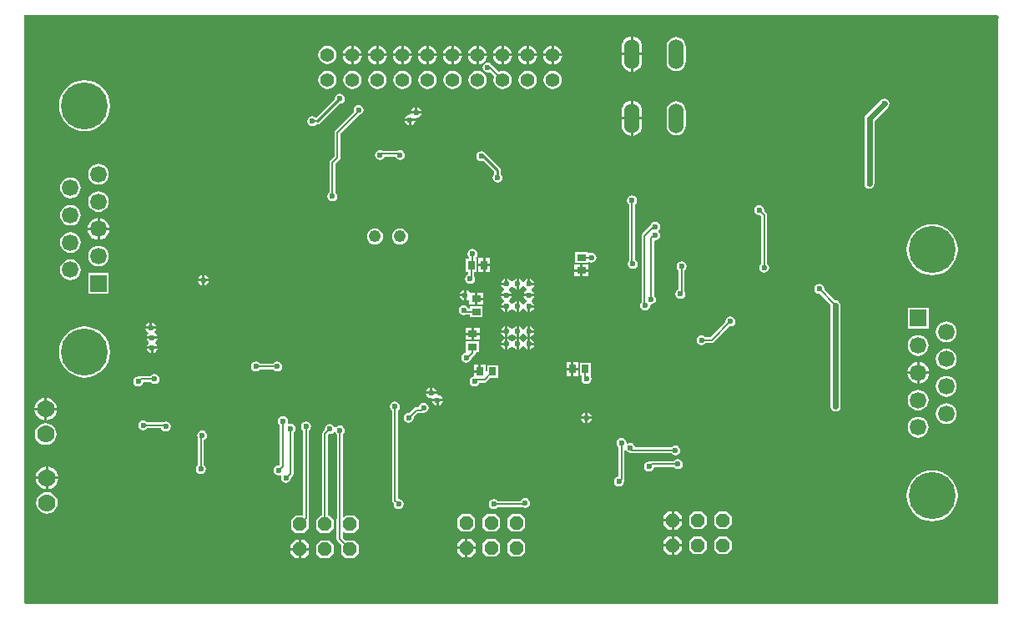
<source format=gbl>
G04*
G04 #@! TF.GenerationSoftware,Altium Limited,Altium Designer,18.0.7 (293)*
G04*
G04 Layer_Physical_Order=2*
G04 Layer_Color=16711680*
%FSLAX25Y25*%
%MOIN*%
G70*
G01*
G75*
%ADD10C,0.00787*%
%ADD16C,0.01000*%
%ADD25R,0.02800X0.03600*%
%ADD26R,0.03600X0.02800*%
%ADD64C,0.05600*%
%ADD71C,0.02362*%
%ADD72C,0.06653*%
%ADD73R,0.06653X0.06653*%
%ADD74C,0.18740*%
%ADD75C,0.04800*%
%ADD76O,0.06000X0.12000*%
%ADD77C,0.07000*%
%ADD78P,0.05845X8X202.5*%
%ADD79C,0.02362*%
G36*
X390000Y234500D02*
X389500Y234000D01*
Y0D01*
X1000D01*
X500Y500D01*
Y235500D01*
X389000D01*
X390000Y234500D01*
D02*
G37*
%LPC*%
G36*
X243600Y226769D02*
Y220300D01*
X247134D01*
Y222800D01*
X246997Y223844D01*
X246594Y224817D01*
X245953Y225653D01*
X245117Y226294D01*
X244144Y226697D01*
X243600Y226769D01*
D02*
G37*
G36*
X242600D02*
X242056Y226697D01*
X241083Y226294D01*
X240247Y225653D01*
X239606Y224817D01*
X239203Y223844D01*
X239066Y222800D01*
Y220300D01*
X242600D01*
Y226769D01*
D02*
G37*
G36*
X212000Y223267D02*
Y220000D01*
X215267D01*
X215202Y220492D01*
X214819Y221416D01*
X214210Y222210D01*
X213416Y222819D01*
X212492Y223202D01*
X212000Y223267D01*
D02*
G37*
G36*
X211000D02*
X210508Y223202D01*
X209584Y222819D01*
X208790Y222210D01*
X208181Y221416D01*
X207798Y220492D01*
X207733Y220000D01*
X211000D01*
Y223267D01*
D02*
G37*
G36*
X202000D02*
Y220000D01*
X205267D01*
X205202Y220492D01*
X204819Y221416D01*
X204210Y222210D01*
X203416Y222819D01*
X202492Y223202D01*
X202000Y223267D01*
D02*
G37*
G36*
X201000D02*
X200508Y223202D01*
X199584Y222819D01*
X198790Y222210D01*
X198181Y221416D01*
X197798Y220492D01*
X197733Y220000D01*
X201000D01*
Y223267D01*
D02*
G37*
G36*
X192000D02*
Y220000D01*
X195267D01*
X195202Y220492D01*
X194819Y221416D01*
X194210Y222210D01*
X193416Y222819D01*
X192492Y223202D01*
X192000Y223267D01*
D02*
G37*
G36*
X191000D02*
X190508Y223202D01*
X189584Y222819D01*
X188790Y222210D01*
X188181Y221416D01*
X187798Y220492D01*
X187733Y220000D01*
X191000D01*
Y223267D01*
D02*
G37*
G36*
X182000D02*
Y220000D01*
X185267D01*
X185202Y220492D01*
X184819Y221416D01*
X184210Y222210D01*
X183416Y222819D01*
X182492Y223202D01*
X182000Y223267D01*
D02*
G37*
G36*
X181000D02*
X180508Y223202D01*
X179584Y222819D01*
X178790Y222210D01*
X178181Y221416D01*
X177798Y220492D01*
X177733Y220000D01*
X181000D01*
Y223267D01*
D02*
G37*
G36*
X172000D02*
Y220000D01*
X175267D01*
X175202Y220492D01*
X174819Y221416D01*
X174210Y222210D01*
X173416Y222819D01*
X172492Y223202D01*
X172000Y223267D01*
D02*
G37*
G36*
X171000D02*
X170508Y223202D01*
X169584Y222819D01*
X168790Y222210D01*
X168181Y221416D01*
X167798Y220492D01*
X167733Y220000D01*
X171000D01*
Y223267D01*
D02*
G37*
G36*
X162000D02*
Y220000D01*
X165267D01*
X165202Y220492D01*
X164819Y221416D01*
X164210Y222210D01*
X163416Y222819D01*
X162492Y223202D01*
X162000Y223267D01*
D02*
G37*
G36*
X161000D02*
X160508Y223202D01*
X159584Y222819D01*
X158790Y222210D01*
X158181Y221416D01*
X157798Y220492D01*
X157733Y220000D01*
X161000D01*
Y223267D01*
D02*
G37*
G36*
X152000D02*
Y220000D01*
X155267D01*
X155202Y220492D01*
X154819Y221416D01*
X154210Y222210D01*
X153416Y222819D01*
X152492Y223202D01*
X152000Y223267D01*
D02*
G37*
G36*
X151000D02*
X150508Y223202D01*
X149584Y222819D01*
X148790Y222210D01*
X148181Y221416D01*
X147798Y220492D01*
X147733Y220000D01*
X151000D01*
Y223267D01*
D02*
G37*
G36*
X142000D02*
Y220000D01*
X145267D01*
X145202Y220492D01*
X144819Y221416D01*
X144210Y222210D01*
X143416Y222819D01*
X142492Y223202D01*
X142000Y223267D01*
D02*
G37*
G36*
X141000D02*
X140508Y223202D01*
X139584Y222819D01*
X138790Y222210D01*
X138181Y221416D01*
X137798Y220492D01*
X137733Y220000D01*
X141000D01*
Y223267D01*
D02*
G37*
G36*
X132000D02*
Y220000D01*
X135267D01*
X135202Y220492D01*
X134819Y221416D01*
X134210Y222210D01*
X133416Y222819D01*
X132492Y223202D01*
X132000Y223267D01*
D02*
G37*
G36*
X131000D02*
X130508Y223202D01*
X129584Y222819D01*
X128790Y222210D01*
X128181Y221416D01*
X127798Y220492D01*
X127733Y220000D01*
X131000D01*
Y223267D01*
D02*
G37*
G36*
X121500Y223118D02*
X120563Y222995D01*
X119691Y222634D01*
X118941Y222059D01*
X118366Y221309D01*
X118005Y220437D01*
X117882Y219500D01*
X118005Y218564D01*
X118366Y217691D01*
X118941Y216941D01*
X119691Y216366D01*
X120563Y216005D01*
X121500Y215882D01*
X122436Y216005D01*
X123309Y216366D01*
X124059Y216941D01*
X124634Y217691D01*
X124995Y218564D01*
X125118Y219500D01*
X124995Y220437D01*
X124634Y221309D01*
X124059Y222059D01*
X123309Y222634D01*
X122436Y222995D01*
X121500Y223118D01*
D02*
G37*
G36*
X215267Y219000D02*
X212000D01*
Y215733D01*
X212492Y215798D01*
X213416Y216181D01*
X214210Y216790D01*
X214819Y217584D01*
X215202Y218508D01*
X215267Y219000D01*
D02*
G37*
G36*
X211000D02*
X207733D01*
X207798Y218508D01*
X208181Y217584D01*
X208790Y216790D01*
X209584Y216181D01*
X210508Y215798D01*
X211000Y215733D01*
Y219000D01*
D02*
G37*
G36*
X205267D02*
X202000D01*
Y215733D01*
X202492Y215798D01*
X203416Y216181D01*
X204210Y216790D01*
X204819Y217584D01*
X205202Y218508D01*
X205267Y219000D01*
D02*
G37*
G36*
X201000D02*
X197733D01*
X197798Y218508D01*
X198181Y217584D01*
X198790Y216790D01*
X199584Y216181D01*
X200508Y215798D01*
X201000Y215733D01*
Y219000D01*
D02*
G37*
G36*
X195267D02*
X192000D01*
Y215733D01*
X192492Y215798D01*
X193416Y216181D01*
X194210Y216790D01*
X194819Y217584D01*
X195202Y218508D01*
X195267Y219000D01*
D02*
G37*
G36*
X191000D02*
X187733D01*
X187798Y218508D01*
X188181Y217584D01*
X188790Y216790D01*
X189584Y216181D01*
X190508Y215798D01*
X191000Y215733D01*
Y219000D01*
D02*
G37*
G36*
X185267D02*
X182000D01*
Y215733D01*
X182492Y215798D01*
X183416Y216181D01*
X184210Y216790D01*
X184819Y217584D01*
X185202Y218508D01*
X185267Y219000D01*
D02*
G37*
G36*
X181000D02*
X177733D01*
X177798Y218508D01*
X178181Y217584D01*
X178790Y216790D01*
X179584Y216181D01*
X180508Y215798D01*
X181000Y215733D01*
Y219000D01*
D02*
G37*
G36*
X175267D02*
X172000D01*
Y215733D01*
X172492Y215798D01*
X173416Y216181D01*
X174210Y216790D01*
X174819Y217584D01*
X175202Y218508D01*
X175267Y219000D01*
D02*
G37*
G36*
X171000D02*
X167733D01*
X167798Y218508D01*
X168181Y217584D01*
X168790Y216790D01*
X169584Y216181D01*
X170508Y215798D01*
X171000Y215733D01*
Y219000D01*
D02*
G37*
G36*
X165267D02*
X162000D01*
Y215733D01*
X162492Y215798D01*
X163416Y216181D01*
X164210Y216790D01*
X164819Y217584D01*
X165202Y218508D01*
X165267Y219000D01*
D02*
G37*
G36*
X161000D02*
X157733D01*
X157798Y218508D01*
X158181Y217584D01*
X158790Y216790D01*
X159584Y216181D01*
X160508Y215798D01*
X161000Y215733D01*
Y219000D01*
D02*
G37*
G36*
X155267D02*
X152000D01*
Y215733D01*
X152492Y215798D01*
X153416Y216181D01*
X154210Y216790D01*
X154819Y217584D01*
X155202Y218508D01*
X155267Y219000D01*
D02*
G37*
G36*
X151000D02*
X147733D01*
X147798Y218508D01*
X148181Y217584D01*
X148790Y216790D01*
X149584Y216181D01*
X150508Y215798D01*
X151000Y215733D01*
Y219000D01*
D02*
G37*
G36*
X145267D02*
X142000D01*
Y215733D01*
X142492Y215798D01*
X143416Y216181D01*
X144210Y216790D01*
X144819Y217584D01*
X145202Y218508D01*
X145267Y219000D01*
D02*
G37*
G36*
X141000D02*
X137733D01*
X137798Y218508D01*
X138181Y217584D01*
X138790Y216790D01*
X139584Y216181D01*
X140508Y215798D01*
X141000Y215733D01*
Y219000D01*
D02*
G37*
G36*
X135267D02*
X132000D01*
Y215733D01*
X132492Y215798D01*
X133416Y216181D01*
X134210Y216790D01*
X134819Y217584D01*
X135202Y218508D01*
X135267Y219000D01*
D02*
G37*
G36*
X131000D02*
X127733D01*
X127798Y218508D01*
X128181Y217584D01*
X128790Y216790D01*
X129584Y216181D01*
X130508Y215798D01*
X131000Y215733D01*
Y219000D01*
D02*
G37*
G36*
X260900Y226620D02*
X259911Y226490D01*
X258990Y226108D01*
X258199Y225501D01*
X257592Y224710D01*
X257210Y223789D01*
X257080Y222800D01*
Y216800D01*
X257210Y215811D01*
X257592Y214890D01*
X258199Y214099D01*
X258990Y213492D01*
X259911Y213110D01*
X260900Y212980D01*
X261889Y213110D01*
X262810Y213492D01*
X263601Y214099D01*
X264208Y214890D01*
X264590Y215811D01*
X264720Y216800D01*
Y222800D01*
X264590Y223789D01*
X264208Y224710D01*
X263601Y225501D01*
X262810Y226108D01*
X261889Y226490D01*
X260900Y226620D01*
D02*
G37*
G36*
X247134Y219300D02*
X243600D01*
Y212831D01*
X244144Y212903D01*
X245117Y213306D01*
X245953Y213947D01*
X246594Y214783D01*
X246997Y215756D01*
X247134Y216800D01*
Y219300D01*
D02*
G37*
G36*
X242600D02*
X239066D01*
Y216800D01*
X239203Y215756D01*
X239606Y214783D01*
X240247Y213947D01*
X241083Y213306D01*
X242056Y212903D01*
X242600Y212831D01*
Y219300D01*
D02*
G37*
G36*
X211500Y213118D02*
X210563Y212995D01*
X209691Y212634D01*
X208941Y212059D01*
X208366Y211309D01*
X208005Y210437D01*
X207882Y209500D01*
X208005Y208563D01*
X208366Y207691D01*
X208941Y206941D01*
X209691Y206366D01*
X210563Y206005D01*
X211500Y205882D01*
X212437Y206005D01*
X213309Y206366D01*
X214059Y206941D01*
X214634Y207691D01*
X214995Y208563D01*
X215118Y209500D01*
X214995Y210437D01*
X214634Y211309D01*
X214059Y212059D01*
X213309Y212634D01*
X212437Y212995D01*
X211500Y213118D01*
D02*
G37*
G36*
X201500D02*
X200564Y212995D01*
X199691Y212634D01*
X198941Y212059D01*
X198366Y211309D01*
X198005Y210437D01*
X197882Y209500D01*
X198005Y208563D01*
X198366Y207691D01*
X198941Y206941D01*
X199691Y206366D01*
X200564Y206005D01*
X201500Y205882D01*
X202436Y206005D01*
X203309Y206366D01*
X204059Y206941D01*
X204634Y207691D01*
X204995Y208563D01*
X205118Y209500D01*
X204995Y210437D01*
X204634Y211309D01*
X204059Y212059D01*
X203309Y212634D01*
X202436Y212995D01*
X201500Y213118D01*
D02*
G37*
G36*
X185500Y216507D02*
X184732Y216354D01*
X184081Y215919D01*
X183646Y215268D01*
X183493Y214500D01*
X183646Y213732D01*
X184081Y213081D01*
X184732Y212646D01*
X185500Y212493D01*
X186268Y212646D01*
X186498Y212799D01*
X188256Y211041D01*
X188005Y210437D01*
X187882Y209500D01*
X188005Y208563D01*
X188366Y207691D01*
X188941Y206941D01*
X189691Y206366D01*
X190563Y206005D01*
X191500Y205882D01*
X192437Y206005D01*
X193309Y206366D01*
X194059Y206941D01*
X194634Y207691D01*
X194995Y208563D01*
X195118Y209500D01*
X194995Y210437D01*
X194634Y211309D01*
X194059Y212059D01*
X193309Y212634D01*
X192437Y212995D01*
X191500Y213118D01*
X190563Y212995D01*
X189959Y212744D01*
X187352Y215352D01*
X187256Y215416D01*
X186919Y215919D01*
X186268Y216354D01*
X185500Y216507D01*
D02*
G37*
G36*
X181500Y213118D02*
X180563Y212995D01*
X179691Y212634D01*
X178941Y212059D01*
X178366Y211309D01*
X178005Y210437D01*
X177882Y209500D01*
X178005Y208563D01*
X178366Y207691D01*
X178941Y206941D01*
X179691Y206366D01*
X180563Y206005D01*
X181500Y205882D01*
X182437Y206005D01*
X183309Y206366D01*
X184059Y206941D01*
X184634Y207691D01*
X184995Y208563D01*
X185118Y209500D01*
X184995Y210437D01*
X184634Y211309D01*
X184059Y212059D01*
X183309Y212634D01*
X182437Y212995D01*
X181500Y213118D01*
D02*
G37*
G36*
X171500D02*
X170563Y212995D01*
X169691Y212634D01*
X168941Y212059D01*
X168366Y211309D01*
X168005Y210437D01*
X167882Y209500D01*
X168005Y208563D01*
X168366Y207691D01*
X168941Y206941D01*
X169691Y206366D01*
X170563Y206005D01*
X171500Y205882D01*
X172436Y206005D01*
X173309Y206366D01*
X174059Y206941D01*
X174634Y207691D01*
X174995Y208563D01*
X175118Y209500D01*
X174995Y210437D01*
X174634Y211309D01*
X174059Y212059D01*
X173309Y212634D01*
X172436Y212995D01*
X171500Y213118D01*
D02*
G37*
G36*
X161500D02*
X160564Y212995D01*
X159691Y212634D01*
X158941Y212059D01*
X158366Y211309D01*
X158005Y210437D01*
X157882Y209500D01*
X158005Y208563D01*
X158366Y207691D01*
X158941Y206941D01*
X159691Y206366D01*
X160564Y206005D01*
X161500Y205882D01*
X162436Y206005D01*
X163309Y206366D01*
X164059Y206941D01*
X164634Y207691D01*
X164995Y208563D01*
X165118Y209500D01*
X164995Y210437D01*
X164634Y211309D01*
X164059Y212059D01*
X163309Y212634D01*
X162436Y212995D01*
X161500Y213118D01*
D02*
G37*
G36*
X151500D02*
X150564Y212995D01*
X149691Y212634D01*
X148941Y212059D01*
X148366Y211309D01*
X148005Y210437D01*
X147882Y209500D01*
X148005Y208563D01*
X148366Y207691D01*
X148941Y206941D01*
X149691Y206366D01*
X150564Y206005D01*
X151500Y205882D01*
X152436Y206005D01*
X153309Y206366D01*
X154059Y206941D01*
X154634Y207691D01*
X154995Y208563D01*
X155118Y209500D01*
X154995Y210437D01*
X154634Y211309D01*
X154059Y212059D01*
X153309Y212634D01*
X152436Y212995D01*
X151500Y213118D01*
D02*
G37*
G36*
X141500D02*
X140563Y212995D01*
X139691Y212634D01*
X138941Y212059D01*
X138366Y211309D01*
X138005Y210437D01*
X137882Y209500D01*
X138005Y208563D01*
X138366Y207691D01*
X138941Y206941D01*
X139691Y206366D01*
X140563Y206005D01*
X141500Y205882D01*
X142437Y206005D01*
X143309Y206366D01*
X144059Y206941D01*
X144634Y207691D01*
X144995Y208563D01*
X145118Y209500D01*
X144995Y210437D01*
X144634Y211309D01*
X144059Y212059D01*
X143309Y212634D01*
X142437Y212995D01*
X141500Y213118D01*
D02*
G37*
G36*
X131500D02*
X130563Y212995D01*
X129691Y212634D01*
X128941Y212059D01*
X128366Y211309D01*
X128005Y210437D01*
X127882Y209500D01*
X128005Y208563D01*
X128366Y207691D01*
X128941Y206941D01*
X129691Y206366D01*
X130563Y206005D01*
X131500Y205882D01*
X132437Y206005D01*
X133309Y206366D01*
X134059Y206941D01*
X134634Y207691D01*
X134995Y208563D01*
X135118Y209500D01*
X134995Y210437D01*
X134634Y211309D01*
X134059Y212059D01*
X133309Y212634D01*
X132437Y212995D01*
X131500Y213118D01*
D02*
G37*
G36*
X121500D02*
X120563Y212995D01*
X119691Y212634D01*
X118941Y212059D01*
X118366Y211309D01*
X118005Y210437D01*
X117882Y209500D01*
X118005Y208563D01*
X118366Y207691D01*
X118941Y206941D01*
X119691Y206366D01*
X120563Y206005D01*
X121500Y205882D01*
X122436Y206005D01*
X123309Y206366D01*
X124059Y206941D01*
X124634Y207691D01*
X124995Y208563D01*
X125118Y209500D01*
X124995Y210437D01*
X124634Y211309D01*
X124059Y212059D01*
X123309Y212634D01*
X122436Y212995D01*
X121500Y213118D01*
D02*
G37*
G36*
X126500Y204007D02*
X125732Y203854D01*
X125081Y203419D01*
X124646Y202768D01*
X124493Y202000D01*
X124518Y201874D01*
X117050Y194406D01*
X116919Y194419D01*
X116268Y194854D01*
X115500Y195007D01*
X114732Y194854D01*
X114081Y194419D01*
X113646Y193768D01*
X113493Y193000D01*
X113646Y192232D01*
X114081Y191581D01*
X114732Y191146D01*
X115500Y190993D01*
X116268Y191146D01*
X116919Y191581D01*
X117050Y191777D01*
X117500Y191687D01*
X118002Y191787D01*
X118428Y192072D01*
X126374Y200018D01*
X126500Y199993D01*
X127268Y200146D01*
X127919Y200581D01*
X128354Y201232D01*
X128507Y202000D01*
X128354Y202768D01*
X127919Y203419D01*
X127268Y203854D01*
X126500Y204007D01*
D02*
G37*
G36*
X157500Y198624D02*
Y197000D01*
X159124D01*
X159055Y197351D01*
X158572Y198073D01*
X157851Y198555D01*
X157500Y198624D01*
D02*
G37*
G36*
X156500D02*
X156149Y198555D01*
X155428Y198073D01*
X154946Y197351D01*
X154876Y197000D01*
X156500D01*
Y198624D01*
D02*
G37*
G36*
X243600Y201169D02*
Y194700D01*
X247134D01*
Y197200D01*
X246997Y198244D01*
X246594Y199217D01*
X245953Y200053D01*
X245117Y200694D01*
X244144Y201097D01*
X243600Y201169D01*
D02*
G37*
G36*
X242600D02*
X242056Y201097D01*
X241083Y200694D01*
X240247Y200053D01*
X239606Y199217D01*
X239203Y198244D01*
X239066Y197200D01*
Y194700D01*
X242600D01*
Y201169D01*
D02*
G37*
G36*
X159124Y196000D02*
X154714D01*
X154500Y195724D01*
X154461Y195716D01*
X153649Y195554D01*
X152927Y195072D01*
X152445Y194351D01*
X152376Y194000D01*
X156786D01*
X157000Y194276D01*
X157039Y194284D01*
X157851Y194446D01*
X158572Y194928D01*
X159055Y195649D01*
X159124Y196000D01*
D02*
G37*
G36*
X156624Y193000D02*
X155000D01*
Y191376D01*
X155351Y191446D01*
X156072Y191928D01*
X156554Y192649D01*
X156624Y193000D01*
D02*
G37*
G36*
X154000D02*
X152376D01*
X152445Y192649D01*
X152927Y191928D01*
X153649Y191446D01*
X154000Y191376D01*
Y193000D01*
D02*
G37*
G36*
X24507Y209400D02*
X22516Y209203D01*
X20601Y208623D01*
X18836Y207679D01*
X17290Y206410D01*
X16020Y204863D01*
X15077Y203099D01*
X14496Y201184D01*
X14300Y199193D01*
X14496Y197202D01*
X15077Y195287D01*
X16020Y193522D01*
X17290Y191976D01*
X18836Y190706D01*
X20601Y189763D01*
X22516Y189182D01*
X24507Y188986D01*
X26498Y189182D01*
X28413Y189763D01*
X30177Y190706D01*
X31724Y191976D01*
X32993Y193522D01*
X33937Y195287D01*
X34517Y197202D01*
X34714Y199193D01*
X34517Y201184D01*
X33937Y203099D01*
X32993Y204863D01*
X31724Y206410D01*
X30177Y207679D01*
X28413Y208623D01*
X26498Y209203D01*
X24507Y209400D01*
D02*
G37*
G36*
X260900Y201020D02*
X259911Y200890D01*
X258990Y200508D01*
X258199Y199901D01*
X257592Y199110D01*
X257210Y198189D01*
X257080Y197200D01*
Y191200D01*
X257210Y190211D01*
X257592Y189290D01*
X258199Y188499D01*
X258990Y187892D01*
X259911Y187510D01*
X260900Y187380D01*
X261889Y187510D01*
X262810Y187892D01*
X263601Y188499D01*
X264208Y189290D01*
X264590Y190211D01*
X264720Y191200D01*
Y197200D01*
X264590Y198189D01*
X264208Y199110D01*
X263601Y199901D01*
X262810Y200508D01*
X261889Y200890D01*
X260900Y201020D01*
D02*
G37*
G36*
X247134Y193700D02*
X243600D01*
Y187231D01*
X244144Y187303D01*
X245117Y187706D01*
X245953Y188347D01*
X246594Y189183D01*
X246997Y190156D01*
X247134Y191200D01*
Y193700D01*
D02*
G37*
G36*
X242600D02*
X239066D01*
Y191200D01*
X239203Y190156D01*
X239606Y189183D01*
X240247Y188347D01*
X241083Y187706D01*
X242056Y187303D01*
X242600Y187231D01*
Y193700D01*
D02*
G37*
G36*
X150500Y181507D02*
X149732Y181354D01*
X149507Y181204D01*
X143493D01*
X143268Y181354D01*
X142500Y181507D01*
X141732Y181354D01*
X141081Y180919D01*
X140646Y180268D01*
X140493Y179500D01*
X140646Y178732D01*
X141081Y178081D01*
X141732Y177646D01*
X142500Y177493D01*
X143268Y177646D01*
X143919Y178081D01*
X144354Y178732D01*
X144367Y178796D01*
X148633D01*
X148646Y178732D01*
X149081Y178081D01*
X149732Y177646D01*
X150500Y177493D01*
X151268Y177646D01*
X151919Y178081D01*
X152354Y178732D01*
X152507Y179500D01*
X152354Y180268D01*
X151919Y180919D01*
X151268Y181354D01*
X150500Y181507D01*
D02*
G37*
G36*
X183000Y181007D02*
X182232Y180854D01*
X181581Y180419D01*
X181146Y179768D01*
X180993Y179000D01*
X181146Y178232D01*
X181581Y177581D01*
X182232Y177146D01*
X183000Y176993D01*
X183768Y177146D01*
X183906Y177238D01*
X188187Y172956D01*
Y171990D01*
X188081Y171919D01*
X187646Y171268D01*
X187493Y170500D01*
X187646Y169732D01*
X188081Y169081D01*
X188732Y168646D01*
X189500Y168493D01*
X190268Y168646D01*
X190919Y169081D01*
X191354Y169732D01*
X191507Y170500D01*
X191354Y171268D01*
X190919Y171919D01*
X190813Y171990D01*
Y173500D01*
X190713Y174002D01*
X190428Y174428D01*
X184428Y180428D01*
X184002Y180713D01*
X183970Y180719D01*
X183768Y180854D01*
X183000Y181007D01*
D02*
G37*
G36*
X30097Y175961D02*
X29023Y175819D01*
X28023Y175405D01*
X27163Y174745D01*
X26504Y173886D01*
X26089Y172885D01*
X25948Y171811D01*
X26089Y170737D01*
X26504Y169736D01*
X27163Y168877D01*
X28023Y168217D01*
X29023Y167803D01*
X30097Y167661D01*
X31171Y167803D01*
X32172Y168217D01*
X33032Y168877D01*
X33691Y169736D01*
X34106Y170737D01*
X34247Y171811D01*
X34106Y172885D01*
X33691Y173886D01*
X33032Y174745D01*
X32172Y175405D01*
X31171Y175819D01*
X30097Y175961D01*
D02*
G37*
G36*
X344000Y202007D02*
X343232Y201854D01*
X342581Y201419D01*
X336581Y195419D01*
X336146Y194768D01*
X335993Y194000D01*
Y168000D01*
X336146Y167232D01*
X336581Y166581D01*
X337232Y166146D01*
X338000Y165993D01*
X338768Y166146D01*
X339419Y166581D01*
X339854Y167232D01*
X340007Y168000D01*
Y193169D01*
X345419Y198581D01*
X345854Y199232D01*
X346007Y200000D01*
X345854Y200768D01*
X345419Y201419D01*
X344768Y201854D01*
X344000Y202007D01*
D02*
G37*
G36*
X18916Y170508D02*
X17842Y170367D01*
X16841Y169952D01*
X15982Y169292D01*
X15323Y168433D01*
X14908Y167432D01*
X14767Y166358D01*
X14908Y165284D01*
X15323Y164283D01*
X15982Y163424D01*
X16841Y162765D01*
X17842Y162350D01*
X18916Y162209D01*
X19990Y162350D01*
X20991Y162765D01*
X21851Y163424D01*
X22510Y164283D01*
X22925Y165284D01*
X23066Y166358D01*
X22925Y167432D01*
X22510Y168433D01*
X21851Y169292D01*
X20991Y169952D01*
X19990Y170367D01*
X18916Y170508D01*
D02*
G37*
G36*
X134000Y199507D02*
X133232Y199354D01*
X132581Y198919D01*
X132146Y198268D01*
X131993Y197500D01*
X132126Y196829D01*
X124648Y189351D01*
X124387Y188961D01*
X124296Y188500D01*
X124296Y188500D01*
Y178999D01*
X122649Y177351D01*
X122387Y176961D01*
X122296Y176500D01*
X122296Y176500D01*
Y164563D01*
X122081Y164419D01*
X121646Y163768D01*
X121493Y163000D01*
X121646Y162232D01*
X122081Y161581D01*
X122732Y161146D01*
X123500Y160993D01*
X124268Y161146D01*
X124919Y161581D01*
X125354Y162232D01*
X125507Y163000D01*
X125354Y163768D01*
X124919Y164419D01*
X124704Y164563D01*
Y176001D01*
X126351Y177648D01*
X126351Y177648D01*
X126613Y178039D01*
X126704Y178500D01*
X126704Y178500D01*
Y188001D01*
X134245Y195542D01*
X134768Y195646D01*
X135419Y196081D01*
X135854Y196732D01*
X136007Y197500D01*
X135854Y198268D01*
X135419Y198919D01*
X134768Y199354D01*
X134000Y199507D01*
D02*
G37*
G36*
X30097Y165055D02*
X29023Y164914D01*
X28023Y164499D01*
X27163Y163840D01*
X26504Y162980D01*
X26089Y161979D01*
X25948Y160906D01*
X26089Y159832D01*
X26504Y158831D01*
X27163Y157971D01*
X28023Y157312D01*
X29023Y156897D01*
X30097Y156756D01*
X31171Y156897D01*
X32172Y157312D01*
X33032Y157971D01*
X33691Y158831D01*
X34106Y159832D01*
X34247Y160906D01*
X34106Y161979D01*
X33691Y162980D01*
X33032Y163840D01*
X32172Y164499D01*
X31171Y164914D01*
X30097Y165055D01*
D02*
G37*
G36*
X18916Y159602D02*
X17842Y159461D01*
X16841Y159046D01*
X15982Y158387D01*
X15323Y157528D01*
X14908Y156527D01*
X14767Y155453D01*
X14908Y154379D01*
X15323Y153378D01*
X15982Y152518D01*
X16841Y151859D01*
X17842Y151444D01*
X18916Y151303D01*
X19990Y151444D01*
X20991Y151859D01*
X21851Y152518D01*
X22510Y153378D01*
X22925Y154379D01*
X23066Y155453D01*
X22925Y156527D01*
X22510Y157528D01*
X21851Y158387D01*
X20991Y159046D01*
X19990Y159461D01*
X18916Y159602D01*
D02*
G37*
G36*
X30597Y154298D02*
Y150500D01*
X34396D01*
X34313Y151129D01*
X33877Y152182D01*
X33183Y153086D01*
X32280Y153779D01*
X31227Y154215D01*
X30597Y154298D01*
D02*
G37*
G36*
X29597Y154298D02*
X28968Y154215D01*
X27915Y153779D01*
X27011Y153086D01*
X26318Y152182D01*
X25882Y151129D01*
X25799Y150500D01*
X29597D01*
Y154298D01*
D02*
G37*
G36*
X34396Y149500D02*
X30597D01*
Y145702D01*
X31227Y145785D01*
X32280Y146221D01*
X33183Y146914D01*
X33877Y147818D01*
X34313Y148871D01*
X34396Y149500D01*
D02*
G37*
G36*
X29597D02*
X25799D01*
X25882Y148871D01*
X26318Y147818D01*
X27011Y146914D01*
X27915Y146221D01*
X28968Y145785D01*
X29597Y145702D01*
Y149500D01*
D02*
G37*
G36*
X252500Y152869D02*
X251732Y152717D01*
X251081Y152281D01*
X250646Y151630D01*
X250576Y151279D01*
X247387Y148090D01*
X247126Y147700D01*
X247035Y147239D01*
X247035Y147239D01*
Y120867D01*
X247017Y120855D01*
X246582Y120204D01*
X246429Y119436D01*
X246582Y118668D01*
X247017Y118017D01*
X247668Y117582D01*
X248436Y117429D01*
X249204Y117582D01*
X249855Y118017D01*
X250291Y118668D01*
X250431Y119373D01*
X250521Y119539D01*
X250711Y119729D01*
X250877Y119819D01*
X251582Y119959D01*
X252233Y120395D01*
X252668Y121046D01*
X252821Y121814D01*
X252668Y122582D01*
X252233Y123233D01*
X252018Y123377D01*
Y145195D01*
X252404Y145512D01*
X252500Y145493D01*
X253268Y145646D01*
X253919Y146081D01*
X254354Y146732D01*
X254507Y147500D01*
X254354Y148268D01*
X253919Y148919D01*
X253901Y148931D01*
Y149431D01*
X253919Y149443D01*
X254354Y150094D01*
X254507Y150862D01*
X254354Y151630D01*
X253919Y152281D01*
X253268Y152717D01*
X252500Y152869D01*
D02*
G37*
G36*
X150500Y150215D02*
X149668Y150105D01*
X148893Y149784D01*
X148227Y149273D01*
X147716Y148607D01*
X147395Y147832D01*
X147285Y147000D01*
X147395Y146168D01*
X147716Y145393D01*
X148227Y144727D01*
X148893Y144216D01*
X149668Y143895D01*
X150500Y143785D01*
X151332Y143895D01*
X152107Y144216D01*
X152773Y144727D01*
X153284Y145393D01*
X153605Y146168D01*
X153715Y147000D01*
X153605Y147832D01*
X153284Y148607D01*
X152773Y149273D01*
X152107Y149784D01*
X151332Y150105D01*
X150500Y150215D01*
D02*
G37*
G36*
X140500D02*
X139668Y150105D01*
X138893Y149784D01*
X138227Y149273D01*
X137716Y148607D01*
X137395Y147832D01*
X137285Y147000D01*
X137395Y146168D01*
X137716Y145393D01*
X138227Y144727D01*
X138893Y144216D01*
X139668Y143895D01*
X140500Y143785D01*
X141332Y143895D01*
X142107Y144216D01*
X142773Y144727D01*
X143284Y145393D01*
X143605Y146168D01*
X143715Y147000D01*
X143605Y147832D01*
X143284Y148607D01*
X142773Y149273D01*
X142107Y149784D01*
X141332Y150105D01*
X140500Y150215D01*
D02*
G37*
G36*
X18916Y148697D02*
X17842Y148556D01*
X16841Y148141D01*
X15982Y147482D01*
X15323Y146622D01*
X14908Y145621D01*
X14767Y144547D01*
X14908Y143473D01*
X15323Y142472D01*
X15982Y141613D01*
X16841Y140954D01*
X17842Y140539D01*
X18916Y140398D01*
X19990Y140539D01*
X20991Y140954D01*
X21851Y141613D01*
X22510Y142472D01*
X22925Y143473D01*
X23066Y144547D01*
X22925Y145621D01*
X22510Y146622D01*
X21851Y147482D01*
X20991Y148141D01*
X19990Y148556D01*
X18916Y148697D01*
D02*
G37*
G36*
X225587Y140746D02*
X220413D01*
Y136372D01*
X225587D01*
Y136546D01*
X226028Y136782D01*
X226232Y136646D01*
X227000Y136493D01*
X227768Y136646D01*
X228419Y137081D01*
X228854Y137732D01*
X229007Y138500D01*
X228854Y139268D01*
X228419Y139919D01*
X227768Y140354D01*
X227000Y140507D01*
X226232Y140354D01*
X226028Y140218D01*
X225587Y140454D01*
Y140746D01*
D02*
G37*
G36*
X186500Y138300D02*
X184600D01*
Y136000D01*
X186500D01*
Y138300D01*
D02*
G37*
G36*
X183600D02*
X181700D01*
Y136000D01*
X183600D01*
Y138300D01*
D02*
G37*
G36*
X30097Y143244D02*
X29023Y143103D01*
X28023Y142688D01*
X27163Y142029D01*
X26504Y141169D01*
X26089Y140168D01*
X25948Y139094D01*
X26089Y138021D01*
X26504Y137020D01*
X27163Y136160D01*
X28023Y135501D01*
X29023Y135086D01*
X30097Y134945D01*
X31171Y135086D01*
X32172Y135501D01*
X33032Y136160D01*
X33691Y137020D01*
X34106Y138021D01*
X34247Y139094D01*
X34106Y140168D01*
X33691Y141169D01*
X33032Y142029D01*
X32172Y142688D01*
X31171Y143103D01*
X30097Y143244D01*
D02*
G37*
G36*
X243216Y163291D02*
X242448Y163138D01*
X241797Y162703D01*
X241362Y162051D01*
X241210Y161284D01*
X241362Y160515D01*
X241797Y159864D01*
X242012Y159721D01*
Y137317D01*
X241646Y136768D01*
X241493Y136000D01*
X241646Y135232D01*
X242081Y134581D01*
X242732Y134146D01*
X243500Y133993D01*
X244268Y134146D01*
X244919Y134581D01*
X245354Y135232D01*
X245507Y136000D01*
X245354Y136768D01*
X244919Y137419D01*
X244421Y137752D01*
Y159721D01*
X244636Y159864D01*
X245071Y160515D01*
X245224Y161284D01*
X245071Y162051D01*
X244636Y162703D01*
X243985Y163138D01*
X243216Y163291D01*
D02*
G37*
G36*
X225800Y135800D02*
X223500D01*
Y133900D01*
X225800D01*
Y135800D01*
D02*
G37*
G36*
X222500D02*
X220200D01*
Y133900D01*
X222500D01*
Y135800D01*
D02*
G37*
G36*
X186500Y135000D02*
X184600D01*
Y132700D01*
X186500D01*
Y135000D01*
D02*
G37*
G36*
X183600D02*
X181700D01*
Y132700D01*
X183600D01*
Y135000D01*
D02*
G37*
G36*
X294000Y159507D02*
X293232Y159354D01*
X292581Y158919D01*
X292146Y158268D01*
X291993Y157500D01*
X292146Y156732D01*
X292581Y156081D01*
X293232Y155646D01*
X294000Y155493D01*
X294254Y155543D01*
X294796Y155001D01*
Y136063D01*
X294581Y135919D01*
X294146Y135268D01*
X293993Y134500D01*
X294146Y133732D01*
X294581Y133081D01*
X295232Y132646D01*
X296000Y132493D01*
X296768Y132646D01*
X297419Y133081D01*
X297854Y133732D01*
X298007Y134500D01*
X297854Y135268D01*
X297419Y135919D01*
X297204Y136063D01*
Y155500D01*
X297204Y155500D01*
X297113Y155961D01*
X296851Y156351D01*
X296851Y156351D01*
X295957Y157246D01*
X296007Y157500D01*
X295854Y158268D01*
X295419Y158919D01*
X294768Y159354D01*
X294000Y159507D01*
D02*
G37*
G36*
X363098Y151900D02*
X361107Y151703D01*
X359192Y151123D01*
X357428Y150179D01*
X355881Y148910D01*
X354612Y147363D01*
X353669Y145599D01*
X353088Y143684D01*
X352892Y141693D01*
X353088Y139702D01*
X353669Y137787D01*
X354612Y136022D01*
X355881Y134476D01*
X357428Y133206D01*
X359192Y132263D01*
X361107Y131682D01*
X363098Y131486D01*
X365090Y131682D01*
X367004Y132263D01*
X368769Y133206D01*
X370316Y134476D01*
X371585Y136022D01*
X372528Y137787D01*
X373109Y139702D01*
X373305Y141693D01*
X373109Y143684D01*
X372528Y145599D01*
X371585Y147363D01*
X370316Y148910D01*
X368769Y150179D01*
X367004Y151123D01*
X365090Y151703D01*
X363098Y151900D01*
D02*
G37*
G36*
X225800Y132900D02*
X223500D01*
Y131000D01*
X225800D01*
Y132900D01*
D02*
G37*
G36*
X222500D02*
X220200D01*
Y131000D01*
X222500D01*
Y132900D01*
D02*
G37*
G36*
X72500Y131624D02*
Y130000D01*
X74124D01*
X74054Y130351D01*
X73572Y131072D01*
X72851Y131554D01*
X72500Y131624D01*
D02*
G37*
G36*
X71500D02*
X71149Y131554D01*
X70428Y131072D01*
X69946Y130351D01*
X69876Y130000D01*
X71500D01*
Y131624D01*
D02*
G37*
G36*
X18916Y137791D02*
X17842Y137650D01*
X16841Y137235D01*
X15982Y136576D01*
X15323Y135717D01*
X14908Y134716D01*
X14767Y133642D01*
X14908Y132568D01*
X15323Y131567D01*
X15982Y130708D01*
X16841Y130048D01*
X17842Y129633D01*
X18916Y129492D01*
X19990Y129633D01*
X20991Y130048D01*
X21851Y130708D01*
X22510Y131567D01*
X22925Y132568D01*
X23066Y133642D01*
X22925Y134716D01*
X22510Y135717D01*
X21851Y136576D01*
X20991Y137235D01*
X19990Y137650D01*
X18916Y137791D01*
D02*
G37*
G36*
X197000Y130124D02*
X196649Y130054D01*
X195928Y129572D01*
X195528Y128974D01*
X195409Y128943D01*
X195091D01*
X194972Y128974D01*
X194572Y129572D01*
X193851Y130054D01*
X193500Y130124D01*
Y128000D01*
X193000D01*
Y127500D01*
X190876D01*
X190945Y127149D01*
X191428Y126427D01*
X192026Y126028D01*
X192057Y125909D01*
Y125591D01*
X192026Y125472D01*
X191428Y125073D01*
X190945Y124351D01*
X190876Y124000D01*
X195124D01*
X195054Y124351D01*
X194572Y125073D01*
X193974Y125472D01*
X193943Y125591D01*
Y125909D01*
X193974Y126028D01*
X194572Y126427D01*
X194972Y127026D01*
X195091Y127057D01*
X195409D01*
X195528Y127026D01*
X195928Y126427D01*
X196649Y125945D01*
X197000Y125876D01*
Y128000D01*
Y130124D01*
D02*
G37*
G36*
X201500D02*
X201149Y130054D01*
X200428Y129572D01*
X200028Y128974D01*
X199909Y128943D01*
X199591D01*
X199472Y128974D01*
X199073Y129572D01*
X198351Y130054D01*
X198000Y130124D01*
Y128000D01*
Y125876D01*
X198351Y125945D01*
X199073Y126427D01*
X199472Y127026D01*
X199591Y127057D01*
X199909D01*
X200028Y127026D01*
X200428Y126427D01*
X201026Y126028D01*
X201057Y125909D01*
Y125591D01*
X201026Y125472D01*
X200428Y125073D01*
X199945Y124351D01*
X199876Y124000D01*
X204124D01*
X204054Y124351D01*
X203573Y125073D01*
X202974Y125472D01*
X202943Y125591D01*
Y125909D01*
X202974Y126028D01*
X203573Y126427D01*
X204054Y127149D01*
X204124Y127500D01*
X202000D01*
Y128000D01*
X201500D01*
Y130124D01*
D02*
G37*
G36*
X202500D02*
Y128500D01*
X204124D01*
X204054Y128851D01*
X203573Y129572D01*
X202851Y130054D01*
X202500Y130124D01*
D02*
G37*
G36*
X192500D02*
X192149Y130054D01*
X191428Y129572D01*
X190945Y128851D01*
X190876Y128500D01*
X192500D01*
Y130124D01*
D02*
G37*
G36*
X179500Y142007D02*
X178732Y141854D01*
X178081Y141419D01*
X177646Y140768D01*
X177493Y140000D01*
X177646Y139232D01*
X178081Y138581D01*
X177919Y138087D01*
X176753D01*
Y132913D01*
X177737D01*
Y131855D01*
X177732Y131854D01*
X177081Y131419D01*
X176646Y130768D01*
X176493Y130000D01*
X176646Y129232D01*
X177081Y128581D01*
X177732Y128146D01*
X178500Y127993D01*
X179268Y128146D01*
X179919Y128581D01*
X180354Y129232D01*
X180507Y130000D01*
X180354Y130768D01*
X180145Y131081D01*
Y132913D01*
X181128D01*
Y138087D01*
X181081D01*
X180919Y138581D01*
X181354Y139232D01*
X181507Y140000D01*
X181354Y140768D01*
X180919Y141419D01*
X180268Y141854D01*
X179500Y142007D01*
D02*
G37*
G36*
X74124Y129000D02*
X72500D01*
Y127376D01*
X72851Y127445D01*
X73572Y127927D01*
X74054Y128649D01*
X74124Y129000D01*
D02*
G37*
G36*
X71500D02*
X69876D01*
X69946Y128649D01*
X70428Y127927D01*
X71149Y127445D01*
X71500Y127376D01*
Y129000D01*
D02*
G37*
G36*
X34212Y132303D02*
X25983D01*
Y124075D01*
X34212D01*
Y132303D01*
D02*
G37*
G36*
X176000Y125624D02*
X175649Y125555D01*
X174927Y125073D01*
X174445Y124351D01*
X174376Y124000D01*
X176000D01*
Y125624D01*
D02*
G37*
G36*
X183800Y124500D02*
X181500D01*
Y122600D01*
X183800D01*
Y124500D01*
D02*
G37*
G36*
X263000Y137007D02*
X262232Y136854D01*
X261581Y136419D01*
X261146Y135768D01*
X260993Y135000D01*
X261146Y134232D01*
X261581Y133581D01*
X261796Y133437D01*
Y125867D01*
X261732Y125854D01*
X261081Y125419D01*
X260646Y124768D01*
X260493Y124000D01*
X260646Y123232D01*
X261081Y122581D01*
X261732Y122146D01*
X262500Y121993D01*
X263268Y122146D01*
X263919Y122581D01*
X264354Y123232D01*
X264507Y124000D01*
X264354Y124768D01*
X264204Y124993D01*
Y133437D01*
X264419Y133581D01*
X264854Y134232D01*
X265007Y135000D01*
X264854Y135768D01*
X264419Y136419D01*
X263768Y136854D01*
X263000Y137007D01*
D02*
G37*
G36*
X176000Y123000D02*
X174376D01*
X174445Y122649D01*
X174927Y121927D01*
X175649Y121446D01*
X176000Y121376D01*
Y123000D01*
D02*
G37*
G36*
X204124D02*
X199876D01*
X199945Y122649D01*
X200428Y121927D01*
X201026Y121528D01*
X201057Y121409D01*
Y121091D01*
X201026Y120972D01*
X200428Y120572D01*
X200028Y119974D01*
X199909Y119943D01*
X199591D01*
X199472Y119974D01*
X199073Y120572D01*
X198351Y121054D01*
X198000Y121124D01*
Y119000D01*
Y116876D01*
X198351Y116946D01*
X199073Y117428D01*
X199472Y118026D01*
X199591Y118057D01*
X199909D01*
X200028Y118026D01*
X200428Y117428D01*
X201149Y116946D01*
X201500Y116876D01*
Y119000D01*
X202000D01*
Y119500D01*
X204124D01*
X204054Y119851D01*
X203573Y120572D01*
X202974Y120972D01*
X202943Y121091D01*
Y121409D01*
X202974Y121528D01*
X203573Y121927D01*
X204054Y122649D01*
X204124Y123000D01*
D02*
G37*
G36*
X183800Y121600D02*
X181500D01*
Y119700D01*
X183800D01*
Y121600D01*
D02*
G37*
G36*
X177000Y125624D02*
Y123500D01*
Y121376D01*
X177351Y121446D01*
X177700Y121679D01*
X178200Y121411D01*
Y119700D01*
X180500D01*
Y122100D01*
Y124500D01*
X178455D01*
X178073Y125073D01*
X177351Y125555D01*
X177000Y125624D01*
D02*
G37*
G36*
X204124Y118500D02*
X202500D01*
Y116876D01*
X202851Y116946D01*
X203573Y117428D01*
X204054Y118149D01*
X204124Y118500D01*
D02*
G37*
G36*
X195124Y123000D02*
X190876D01*
X190945Y122649D01*
X191428Y121927D01*
X192026Y121528D01*
X192057Y121409D01*
Y121091D01*
X192026Y120972D01*
X191428Y120572D01*
X190945Y119851D01*
X190876Y119500D01*
X193000D01*
Y119000D01*
X193500D01*
Y116876D01*
X193851Y116946D01*
X194572Y117428D01*
X194972Y118026D01*
X195091Y118057D01*
X195409D01*
X195528Y118026D01*
X195928Y117428D01*
X196649Y116946D01*
X197000Y116876D01*
Y119000D01*
Y121124D01*
X196649Y121054D01*
X195928Y120572D01*
X195528Y119974D01*
X195409Y119943D01*
X195091D01*
X194972Y119974D01*
X194572Y120572D01*
X193974Y120972D01*
X193943Y121091D01*
Y121409D01*
X193974Y121528D01*
X194572Y121927D01*
X195054Y122649D01*
X195124Y123000D01*
D02*
G37*
G36*
X192500Y118500D02*
X190876D01*
X190945Y118149D01*
X191428Y117428D01*
X192149Y116946D01*
X192500Y116876D01*
Y118500D01*
D02*
G37*
G36*
X176000Y119507D02*
X175232Y119354D01*
X174581Y118919D01*
X174146Y118268D01*
X173993Y117500D01*
X174146Y116732D01*
X174581Y116081D01*
X175232Y115646D01*
X176000Y115493D01*
X176768Y115646D01*
X176904Y115737D01*
X178413D01*
Y114753D01*
X183587D01*
Y119128D01*
X178413D01*
Y118145D01*
X177879D01*
X177854Y118268D01*
X177419Y118919D01*
X176768Y119354D01*
X176000Y119507D01*
D02*
G37*
G36*
X51500Y112624D02*
Y111000D01*
X53124D01*
X53054Y111351D01*
X52573Y112073D01*
X51851Y112555D01*
X51500Y112624D01*
D02*
G37*
G36*
X50500D02*
X50149Y112555D01*
X49428Y112073D01*
X48945Y111351D01*
X48876Y111000D01*
X50500D01*
Y112624D01*
D02*
G37*
G36*
X282500Y115007D02*
X281732Y114854D01*
X281081Y114419D01*
X280646Y113768D01*
X280493Y113000D01*
X280543Y112746D01*
X274501Y106704D01*
X272563D01*
X272419Y106919D01*
X271768Y107354D01*
X271000Y107507D01*
X270232Y107354D01*
X269581Y106919D01*
X269146Y106268D01*
X268993Y105500D01*
X269146Y104732D01*
X269581Y104081D01*
X270232Y103646D01*
X271000Y103493D01*
X271768Y103646D01*
X272419Y104081D01*
X272563Y104296D01*
X275000D01*
X275000Y104296D01*
X275461Y104387D01*
X275851Y104648D01*
X282246Y111043D01*
X282500Y110993D01*
X283268Y111146D01*
X283919Y111581D01*
X284354Y112232D01*
X284507Y113000D01*
X284354Y113768D01*
X283919Y114419D01*
X283268Y114854D01*
X282500Y115007D01*
D02*
G37*
G36*
X361622Y118425D02*
X353394D01*
Y110197D01*
X361622D01*
Y118425D01*
D02*
G37*
G36*
X201500Y111124D02*
X201149Y111055D01*
X200428Y110573D01*
X200028Y109974D01*
X199909Y109943D01*
X199591D01*
X199472Y109974D01*
X199073Y110573D01*
X198351Y111055D01*
X198000Y111124D01*
Y109000D01*
Y106876D01*
X198351Y106946D01*
X199073Y107428D01*
X199472Y108026D01*
X199591Y108057D01*
X199909D01*
X200028Y108026D01*
X200428Y107428D01*
X201149Y106946D01*
X201500Y106876D01*
Y109000D01*
Y111124D01*
D02*
G37*
G36*
X197000D02*
X196649Y111055D01*
X195928Y110573D01*
X195528Y109974D01*
X195409Y109943D01*
X195091D01*
X194972Y109974D01*
X194572Y110573D01*
X193851Y111055D01*
X193500Y111124D01*
Y109000D01*
Y106876D01*
X193851Y106946D01*
X194572Y107428D01*
X194972Y108026D01*
X195091Y108057D01*
X195409D01*
X195528Y108026D01*
X195928Y107428D01*
X196649Y106946D01*
X197000Y106876D01*
Y109000D01*
Y111124D01*
D02*
G37*
G36*
X202500D02*
Y109500D01*
X204124D01*
X204054Y109851D01*
X203573Y110573D01*
X202851Y111055D01*
X202500Y111124D01*
D02*
G37*
G36*
X192500D02*
X192149Y111055D01*
X191428Y110573D01*
X190945Y109851D01*
X190876Y109500D01*
X192500D01*
Y111124D01*
D02*
G37*
G36*
X182300Y110500D02*
X180000D01*
Y108600D01*
X182300D01*
Y110500D01*
D02*
G37*
G36*
X179000D02*
X176700D01*
Y108600D01*
X179000D01*
Y110500D01*
D02*
G37*
G36*
X53124Y110000D02*
X48876D01*
X48945Y109649D01*
X49428Y108928D01*
X49867Y108634D01*
X49927Y108075D01*
X49911Y108049D01*
X49445Y107351D01*
X49376Y107000D01*
X53624D01*
X53554Y107351D01*
X53073Y108072D01*
X52633Y108366D01*
X52573Y108925D01*
X52588Y108951D01*
X53054Y109649D01*
X53124Y110000D01*
D02*
G37*
G36*
X204124Y108500D02*
X202500D01*
Y106876D01*
X202851Y106946D01*
X203573Y107428D01*
X204054Y108149D01*
X204124Y108500D01*
D02*
G37*
G36*
X192500D02*
X190876D01*
X190945Y108149D01*
X191428Y107428D01*
X192149Y106946D01*
X192500Y106876D01*
Y108500D01*
D02*
G37*
G36*
X182300Y107600D02*
X180000D01*
Y105700D01*
X182300D01*
Y107600D01*
D02*
G37*
G36*
X179000D02*
X176700D01*
Y105700D01*
X179000D01*
Y107600D01*
D02*
G37*
G36*
X201500Y106124D02*
X201149Y106054D01*
X200428Y105572D01*
X200028Y104974D01*
X199909Y104943D01*
X199591D01*
X199472Y104974D01*
X199073Y105572D01*
X198351Y106054D01*
X198000Y106124D01*
Y104000D01*
Y101876D01*
X198351Y101945D01*
X199073Y102427D01*
X199472Y103026D01*
X199591Y103057D01*
X199909D01*
X200028Y103026D01*
X200428Y102427D01*
X201149Y101945D01*
X201500Y101876D01*
Y104000D01*
Y106124D01*
D02*
G37*
G36*
X197000D02*
X196649Y106054D01*
X195928Y105572D01*
X195528Y104974D01*
X195409Y104943D01*
X195091D01*
X194972Y104974D01*
X194572Y105572D01*
X193851Y106054D01*
X193500Y106124D01*
Y104000D01*
Y101876D01*
X193851Y101945D01*
X194572Y102427D01*
X194972Y103026D01*
X195091Y103057D01*
X195409D01*
X195528Y103026D01*
X195928Y102427D01*
X196649Y101945D01*
X197000Y101876D01*
Y104000D01*
Y106124D01*
D02*
G37*
G36*
X368689Y113008D02*
X367615Y112867D01*
X366614Y112452D01*
X365755Y111793D01*
X365095Y110933D01*
X364681Y109932D01*
X364539Y108858D01*
X364681Y107784D01*
X365095Y106783D01*
X365755Y105924D01*
X366614Y105265D01*
X367615Y104850D01*
X368689Y104709D01*
X369763Y104850D01*
X370764Y105265D01*
X371623Y105924D01*
X372283Y106783D01*
X372697Y107784D01*
X372839Y108858D01*
X372697Y109932D01*
X372283Y110933D01*
X371623Y111793D01*
X370764Y112452D01*
X369763Y112867D01*
X368689Y113008D01*
D02*
G37*
G36*
X202500Y106124D02*
Y104500D01*
X204124D01*
X204054Y104851D01*
X203573Y105572D01*
X202851Y106054D01*
X202500Y106124D01*
D02*
G37*
G36*
X192500D02*
X192149Y106054D01*
X191428Y105572D01*
X190945Y104851D01*
X190876Y104500D01*
X192500D01*
Y106124D01*
D02*
G37*
G36*
X53624Y106000D02*
X49376D01*
X49445Y105649D01*
X49927Y104928D01*
X50193Y104750D01*
Y104250D01*
X49927Y104072D01*
X49445Y103351D01*
X49376Y103000D01*
X53624D01*
X53554Y103351D01*
X53073Y104072D01*
X52807Y104250D01*
Y104750D01*
X53073Y104928D01*
X53554Y105649D01*
X53624Y106000D01*
D02*
G37*
G36*
X204124Y103500D02*
X202500D01*
Y101876D01*
X202851Y101945D01*
X203573Y102427D01*
X204054Y103149D01*
X204124Y103500D01*
D02*
G37*
G36*
X192500D02*
X190876D01*
X190945Y103149D01*
X191428Y102427D01*
X192149Y101945D01*
X192500Y101876D01*
Y103500D01*
D02*
G37*
G36*
X53624Y102000D02*
X52000D01*
Y100376D01*
X52351Y100445D01*
X53073Y100927D01*
X53554Y101649D01*
X53624Y102000D01*
D02*
G37*
G36*
X51000D02*
X49376D01*
X49445Y101649D01*
X49927Y100927D01*
X50649Y100445D01*
X51000Y100376D01*
Y102000D01*
D02*
G37*
G36*
X357508Y107555D02*
X356434Y107414D01*
X355433Y106999D01*
X354574Y106340D01*
X353914Y105480D01*
X353500Y104480D01*
X353358Y103405D01*
X353500Y102331D01*
X353914Y101331D01*
X354574Y100471D01*
X355433Y99812D01*
X356434Y99397D01*
X357508Y99256D01*
X358582Y99397D01*
X359583Y99812D01*
X360442Y100471D01*
X361102Y101331D01*
X361516Y102331D01*
X361658Y103405D01*
X361516Y104480D01*
X361102Y105480D01*
X360442Y106340D01*
X359583Y106999D01*
X358582Y107414D01*
X357508Y107555D01*
D02*
G37*
G36*
X182087Y105128D02*
X176913D01*
Y100753D01*
X176552Y100418D01*
X176232Y100354D01*
X175581Y99919D01*
X175146Y99268D01*
X174993Y98500D01*
X175146Y97732D01*
X175581Y97081D01*
X176232Y96646D01*
X177000Y96493D01*
X177768Y96646D01*
X178419Y97081D01*
X178854Y97732D01*
X178958Y98255D01*
X180351Y99648D01*
X180351Y99648D01*
X180613Y100039D01*
X180704Y100500D01*
X181090Y100753D01*
X182087D01*
Y105128D01*
D02*
G37*
G36*
X101500Y97007D02*
X100732Y96854D01*
X100081Y96419D01*
X99937Y96204D01*
X94563D01*
X94419Y96419D01*
X93768Y96854D01*
X93000Y97007D01*
X92232Y96854D01*
X91581Y96419D01*
X91146Y95768D01*
X90993Y95000D01*
X91146Y94232D01*
X91581Y93581D01*
X92232Y93146D01*
X93000Y92993D01*
X93768Y93146D01*
X94419Y93581D01*
X94563Y93796D01*
X99937D01*
X100081Y93581D01*
X100732Y93146D01*
X101500Y92993D01*
X102268Y93146D01*
X102919Y93581D01*
X103354Y94232D01*
X103507Y95000D01*
X103354Y95768D01*
X102919Y96419D01*
X102268Y96854D01*
X101500Y97007D01*
D02*
G37*
G36*
X221800Y96800D02*
X219900D01*
Y94500D01*
X221800D01*
Y96800D01*
D02*
G37*
G36*
X218900D02*
X217000D01*
Y94500D01*
X218900D01*
Y96800D01*
D02*
G37*
G36*
X368689Y102102D02*
X367615Y101961D01*
X366614Y101547D01*
X365755Y100887D01*
X365095Y100028D01*
X364681Y99027D01*
X364539Y97953D01*
X364681Y96879D01*
X365095Y95878D01*
X365755Y95019D01*
X366614Y94359D01*
X367615Y93945D01*
X368689Y93803D01*
X369763Y93945D01*
X370764Y94359D01*
X371623Y95019D01*
X372283Y95878D01*
X372697Y96879D01*
X372839Y97953D01*
X372697Y99027D01*
X372283Y100028D01*
X371623Y100887D01*
X370764Y101547D01*
X369763Y101961D01*
X368689Y102102D01*
D02*
G37*
G36*
X181900Y95800D02*
X180000D01*
Y93500D01*
X181900D01*
Y95800D01*
D02*
G37*
G36*
X358008Y96798D02*
Y93000D01*
X361806D01*
X361723Y93629D01*
X361287Y94682D01*
X360594Y95586D01*
X359690Y96279D01*
X358637Y96715D01*
X358008Y96798D01*
D02*
G37*
G36*
X357008D02*
X356378Y96715D01*
X355326Y96279D01*
X354422Y95586D01*
X353728Y94682D01*
X353292Y93629D01*
X353210Y93000D01*
X357008D01*
Y96798D01*
D02*
G37*
G36*
X221800Y93500D02*
X219900D01*
Y91200D01*
X221800D01*
Y93500D01*
D02*
G37*
G36*
X218900D02*
X217000D01*
Y91200D01*
X218900D01*
Y93500D01*
D02*
G37*
G36*
X52500Y92007D02*
X51732Y91854D01*
X51081Y91419D01*
X50937Y91204D01*
X47000D01*
X46539Y91113D01*
X46294Y90949D01*
X46000Y91007D01*
X45232Y90854D01*
X44581Y90419D01*
X44146Y89768D01*
X43993Y89000D01*
X44146Y88232D01*
X44581Y87581D01*
X45232Y87146D01*
X46000Y86993D01*
X46768Y87146D01*
X47419Y87581D01*
X47854Y88232D01*
X47966Y88796D01*
X50937D01*
X51081Y88581D01*
X51732Y88146D01*
X52500Y87993D01*
X53268Y88146D01*
X53919Y88581D01*
X54354Y89232D01*
X54507Y90000D01*
X54354Y90768D01*
X53919Y91419D01*
X53268Y91854D01*
X52500Y92007D01*
D02*
G37*
G36*
X24507Y111014D02*
X22516Y110818D01*
X20601Y110237D01*
X18836Y109294D01*
X17290Y108024D01*
X16020Y106478D01*
X15077Y104713D01*
X14496Y102798D01*
X14300Y100807D01*
X14496Y98816D01*
X15077Y96901D01*
X16020Y95137D01*
X17290Y93590D01*
X18836Y92321D01*
X20601Y91377D01*
X22516Y90797D01*
X24507Y90601D01*
X26498Y90797D01*
X28413Y91377D01*
X30177Y92321D01*
X31724Y93590D01*
X32993Y95137D01*
X33937Y96901D01*
X34517Y98816D01*
X34714Y100807D01*
X34517Y102798D01*
X33937Y104713D01*
X32993Y106478D01*
X31724Y108024D01*
X30177Y109294D01*
X28413Y110237D01*
X26498Y110818D01*
X24507Y111014D01*
D02*
G37*
G36*
X184800Y95800D02*
X182900D01*
Y93000D01*
X182400D01*
Y92500D01*
X180000D01*
Y90964D01*
X179543Y90873D01*
X178892Y90438D01*
X178457Y89787D01*
X178304Y89019D01*
X178457Y88251D01*
X178892Y87600D01*
X179543Y87165D01*
X180311Y87012D01*
X181079Y87165D01*
X181730Y87600D01*
X182166Y88251D01*
X182235Y88602D01*
X184377D01*
X184377Y88602D01*
X184838Y88694D01*
X185229Y88955D01*
X186687Y90413D01*
X189746D01*
Y95587D01*
X185372D01*
Y92890D01*
X185300Y92842D01*
X184800Y93109D01*
Y95800D01*
D02*
G37*
G36*
X361806Y92000D02*
X358008D01*
Y88202D01*
X358637Y88285D01*
X359690Y88721D01*
X360594Y89414D01*
X361287Y90318D01*
X361723Y91370D01*
X361806Y92000D01*
D02*
G37*
G36*
X357008D02*
X353210D01*
X353292Y91370D01*
X353728Y90318D01*
X354422Y89414D01*
X355326Y88721D01*
X356378Y88285D01*
X357008Y88202D01*
Y92000D01*
D02*
G37*
G36*
X226747Y96587D02*
X222372D01*
Y91413D01*
X223020D01*
X223242Y90913D01*
X223146Y90768D01*
X222993Y90000D01*
X223146Y89232D01*
X223581Y88581D01*
X224232Y88146D01*
X225000Y87993D01*
X225768Y88146D01*
X226419Y88581D01*
X226854Y89232D01*
X227007Y90000D01*
X226854Y90768D01*
X226603Y91144D01*
X226747Y91413D01*
X226747D01*
Y96587D01*
D02*
G37*
G36*
X163500Y86624D02*
Y85000D01*
X165124D01*
X165055Y85351D01*
X164573Y86072D01*
X163851Y86554D01*
X163500Y86624D01*
D02*
G37*
G36*
X162500D02*
X162149Y86554D01*
X161427Y86072D01*
X160945Y85351D01*
X160876Y85000D01*
X162500D01*
Y86624D01*
D02*
G37*
G36*
X368689Y91197D02*
X367615Y91056D01*
X366614Y90641D01*
X365755Y89982D01*
X365095Y89122D01*
X364681Y88121D01*
X364539Y87047D01*
X364681Y85973D01*
X365095Y84972D01*
X365755Y84113D01*
X366614Y83454D01*
X367615Y83039D01*
X368689Y82898D01*
X369763Y83039D01*
X370764Y83454D01*
X371623Y84113D01*
X372283Y84972D01*
X372697Y85973D01*
X372839Y87047D01*
X372697Y88121D01*
X372283Y89122D01*
X371623Y89982D01*
X370764Y90641D01*
X369763Y91056D01*
X368689Y91197D01*
D02*
G37*
G36*
X165286Y84000D02*
X160876D01*
X160945Y83649D01*
X161427Y82928D01*
X162149Y82446D01*
X162961Y82284D01*
X163000Y82276D01*
X163214Y82000D01*
X167624D01*
X167554Y82351D01*
X167072Y83073D01*
X166351Y83555D01*
X165539Y83716D01*
X165500Y83724D01*
X165286Y84000D01*
D02*
G37*
G36*
X167624Y81000D02*
X166000D01*
Y79376D01*
X166351Y79445D01*
X167072Y79927D01*
X167554Y80649D01*
X167624Y81000D01*
D02*
G37*
G36*
X165000D02*
X163376D01*
X163445Y80649D01*
X163927Y79927D01*
X164649Y79445D01*
X165000Y79376D01*
Y81000D01*
D02*
G37*
G36*
X9500Y82473D02*
Y78500D01*
X13473D01*
X13384Y79175D01*
X12931Y80269D01*
X12209Y81209D01*
X11269Y81931D01*
X10175Y82384D01*
X9500Y82473D01*
D02*
G37*
G36*
X8500D02*
X7825Y82384D01*
X6731Y81931D01*
X5791Y81209D01*
X5069Y80269D01*
X4616Y79175D01*
X4527Y78500D01*
X8500D01*
Y82473D01*
D02*
G37*
G36*
X357508Y85744D02*
X356434Y85603D01*
X355433Y85188D01*
X354574Y84529D01*
X353914Y83669D01*
X353500Y82669D01*
X353358Y81595D01*
X353500Y80520D01*
X353914Y79520D01*
X354574Y78660D01*
X355433Y78001D01*
X356434Y77586D01*
X357508Y77445D01*
X358582Y77586D01*
X359583Y78001D01*
X360442Y78660D01*
X361102Y79520D01*
X361516Y80520D01*
X361658Y81595D01*
X361516Y82669D01*
X361102Y83669D01*
X360442Y84529D01*
X359583Y85188D01*
X358582Y85603D01*
X357508Y85744D01*
D02*
G37*
G36*
X318000Y128007D02*
X317232Y127854D01*
X316581Y127419D01*
X316146Y126768D01*
X315993Y126000D01*
X316146Y125232D01*
X316581Y124581D01*
X317232Y124146D01*
X318000Y123993D01*
X318254Y124043D01*
X322543Y119754D01*
X322493Y119500D01*
Y79000D01*
X322646Y78232D01*
X323081Y77581D01*
X323732Y77146D01*
X324500Y76993D01*
X325268Y77146D01*
X325919Y77581D01*
X326354Y78232D01*
X326507Y79000D01*
Y119500D01*
X326354Y120268D01*
X325919Y120919D01*
X325268Y121354D01*
X324500Y121507D01*
X324246Y121457D01*
X319957Y125746D01*
X320007Y126000D01*
X319854Y126768D01*
X319419Y127419D01*
X318768Y127854D01*
X318000Y128007D01*
D02*
G37*
G36*
X160000Y80507D02*
X159232Y80354D01*
X158581Y79919D01*
X158146Y79268D01*
X158034Y78704D01*
X157000D01*
X156539Y78613D01*
X156149Y78351D01*
X154254Y76457D01*
X154000Y76507D01*
X153232Y76354D01*
X152581Y75919D01*
X152146Y75268D01*
X151993Y74500D01*
X152146Y73732D01*
X152581Y73081D01*
X153232Y72646D01*
X154000Y72493D01*
X154768Y72646D01*
X155419Y73081D01*
X155854Y73732D01*
X156007Y74500D01*
X155957Y74754D01*
X157499Y76296D01*
X159000D01*
X159000Y76296D01*
X159461Y76387D01*
X159706Y76551D01*
X160000Y76493D01*
X160768Y76646D01*
X161419Y77081D01*
X161854Y77732D01*
X162007Y78500D01*
X161854Y79268D01*
X161419Y79919D01*
X160768Y80354D01*
X160000Y80507D01*
D02*
G37*
G36*
X225500Y76624D02*
Y75000D01*
X227124D01*
X227055Y75351D01*
X226572Y76073D01*
X225851Y76555D01*
X225500Y76624D01*
D02*
G37*
G36*
X224500D02*
X224149Y76555D01*
X223428Y76073D01*
X222945Y75351D01*
X222876Y75000D01*
X224500D01*
Y76624D01*
D02*
G37*
G36*
X13473Y77500D02*
X9500D01*
Y73527D01*
X10175Y73616D01*
X11269Y74069D01*
X12209Y74791D01*
X12931Y75731D01*
X13384Y76825D01*
X13473Y77500D01*
D02*
G37*
G36*
X8500D02*
X4527D01*
X4616Y76825D01*
X5069Y75731D01*
X5791Y74791D01*
X6731Y74069D01*
X7825Y73616D01*
X8500Y73527D01*
Y77500D01*
D02*
G37*
G36*
X227124Y74000D02*
X225500D01*
Y72376D01*
X225851Y72445D01*
X226572Y72927D01*
X227055Y73649D01*
X227124Y74000D01*
D02*
G37*
G36*
X224500D02*
X222876D01*
X222945Y73649D01*
X223428Y72927D01*
X224149Y72445D01*
X224500Y72376D01*
Y74000D01*
D02*
G37*
G36*
X368689Y80291D02*
X367615Y80150D01*
X366614Y79735D01*
X365755Y79076D01*
X365095Y78217D01*
X364681Y77216D01*
X364539Y76142D01*
X364681Y75068D01*
X365095Y74067D01*
X365755Y73207D01*
X366614Y72548D01*
X367615Y72133D01*
X368689Y71992D01*
X369763Y72133D01*
X370764Y72548D01*
X371623Y73207D01*
X372283Y74067D01*
X372697Y75068D01*
X372839Y76142D01*
X372697Y77216D01*
X372283Y78217D01*
X371623Y79076D01*
X370764Y79735D01*
X369763Y80150D01*
X368689Y80291D01*
D02*
G37*
G36*
X48000Y73507D02*
X47232Y73354D01*
X46581Y72919D01*
X46146Y72268D01*
X45993Y71500D01*
X46146Y70732D01*
X46581Y70081D01*
X47232Y69646D01*
X48000Y69493D01*
X48768Y69646D01*
X49419Y70081D01*
X49563Y70296D01*
X55133D01*
X55146Y70232D01*
X55581Y69581D01*
X56232Y69146D01*
X57000Y68993D01*
X57768Y69146D01*
X58419Y69581D01*
X58854Y70232D01*
X59007Y71000D01*
X58854Y71768D01*
X58419Y72419D01*
X57768Y72854D01*
X57000Y73007D01*
X56232Y72854D01*
X56007Y72704D01*
X49563D01*
X49419Y72919D01*
X48768Y73354D01*
X48000Y73507D01*
D02*
G37*
G36*
X357508Y74839D02*
X356434Y74697D01*
X355433Y74283D01*
X354574Y73623D01*
X353914Y72764D01*
X353500Y71763D01*
X353358Y70689D01*
X353500Y69615D01*
X353914Y68614D01*
X354574Y67755D01*
X355433Y67095D01*
X356434Y66681D01*
X357508Y66539D01*
X358582Y66681D01*
X359583Y67095D01*
X360442Y67755D01*
X361102Y68614D01*
X361516Y69615D01*
X361658Y70689D01*
X361516Y71763D01*
X361102Y72764D01*
X360442Y73623D01*
X359583Y74283D01*
X358582Y74697D01*
X357508Y74839D01*
D02*
G37*
G36*
X9000Y72324D02*
X7881Y72177D01*
X6838Y71745D01*
X5942Y71058D01*
X5255Y70162D01*
X4823Y69119D01*
X4676Y68000D01*
X4823Y66881D01*
X5255Y65838D01*
X5942Y64942D01*
X6838Y64255D01*
X7881Y63823D01*
X9000Y63676D01*
X10119Y63823D01*
X11162Y64255D01*
X12058Y64942D01*
X12745Y65838D01*
X13177Y66881D01*
X13324Y68000D01*
X13177Y69119D01*
X12745Y70162D01*
X12058Y71058D01*
X11162Y71745D01*
X10119Y72177D01*
X9000Y72324D01*
D02*
G37*
G36*
X239000Y66507D02*
X238232Y66354D01*
X237581Y65919D01*
X237146Y65268D01*
X236993Y64500D01*
X237146Y63732D01*
X237581Y63081D01*
X237796Y62937D01*
Y50966D01*
X237232Y50854D01*
X236581Y50419D01*
X236146Y49768D01*
X235993Y49000D01*
X236146Y48232D01*
X236581Y47581D01*
X237232Y47146D01*
X238000Y46993D01*
X238768Y47146D01*
X239419Y47581D01*
X239854Y48232D01*
X240007Y49000D01*
X239949Y49294D01*
X240113Y49539D01*
X240204Y50000D01*
Y61561D01*
X240288Y61594D01*
X240704Y61644D01*
X241081Y61081D01*
X241732Y60646D01*
X242331Y60527D01*
X242539Y60387D01*
X243000Y60296D01*
X243000Y60296D01*
X258937D01*
X259081Y60081D01*
X259732Y59646D01*
X260500Y59493D01*
X261268Y59646D01*
X261919Y60081D01*
X262354Y60732D01*
X262507Y61500D01*
X262354Y62268D01*
X261919Y62919D01*
X261268Y63354D01*
X260500Y63507D01*
X259732Y63354D01*
X259081Y62919D01*
X258937Y62704D01*
X244466D01*
X244354Y63268D01*
X243919Y63919D01*
X243268Y64354D01*
X242500Y64507D01*
X241732Y64354D01*
X241451Y64166D01*
X241001Y64467D01*
X241007Y64500D01*
X240854Y65268D01*
X240419Y65919D01*
X239768Y66354D01*
X239000Y66507D01*
D02*
G37*
G36*
X261500Y58007D02*
X260732Y57854D01*
X260081Y57419D01*
X259937Y57204D01*
X251000D01*
X250539Y57113D01*
X250294Y56949D01*
X250000Y57007D01*
X249232Y56854D01*
X248581Y56419D01*
X248146Y55768D01*
X247993Y55000D01*
X248146Y54232D01*
X248581Y53581D01*
X249232Y53146D01*
X250000Y52993D01*
X250768Y53146D01*
X251419Y53581D01*
X251854Y54232D01*
X251966Y54796D01*
X259937D01*
X260081Y54581D01*
X260732Y54146D01*
X261500Y53993D01*
X262268Y54146D01*
X262919Y54581D01*
X263354Y55232D01*
X263507Y56000D01*
X263354Y56768D01*
X262919Y57419D01*
X262268Y57854D01*
X261500Y58007D01*
D02*
G37*
G36*
X103750Y75257D02*
X102982Y75104D01*
X102331Y74669D01*
X101896Y74018D01*
X101743Y73250D01*
X101896Y72482D01*
X102331Y71831D01*
X102546Y71687D01*
Y55817D01*
X102159Y55475D01*
X102000Y55507D01*
X101232Y55354D01*
X100581Y54919D01*
X100146Y54268D01*
X99993Y53500D01*
X100146Y52732D01*
X100581Y52081D01*
X101232Y51646D01*
X102000Y51493D01*
X102768Y51646D01*
X102820Y51680D01*
X103180Y51320D01*
X103146Y51268D01*
X102993Y50500D01*
X103146Y49732D01*
X103581Y49081D01*
X104232Y48646D01*
X105000Y48493D01*
X105768Y48646D01*
X106419Y49081D01*
X106854Y49732D01*
X107007Y50500D01*
X106957Y50754D01*
X107601Y51398D01*
X107601Y51398D01*
X107863Y51789D01*
X107954Y52250D01*
Y68687D01*
X108169Y68831D01*
X108604Y69482D01*
X108757Y70250D01*
X108604Y71018D01*
X108169Y71669D01*
X107518Y72104D01*
X106750Y72257D01*
X105982Y72104D01*
X105930Y72070D01*
X105570Y72430D01*
X105604Y72482D01*
X105757Y73250D01*
X105604Y74018D01*
X105169Y74669D01*
X104518Y75104D01*
X103750Y75257D01*
D02*
G37*
G36*
X71500Y69507D02*
X70732Y69354D01*
X70081Y68919D01*
X69646Y68268D01*
X69493Y67500D01*
X69646Y66732D01*
X69796Y66507D01*
Y55563D01*
X69581Y55419D01*
X69146Y54768D01*
X68993Y54000D01*
X69146Y53232D01*
X69581Y52581D01*
X70232Y52146D01*
X71000Y51993D01*
X71768Y52146D01*
X72419Y52581D01*
X72854Y53232D01*
X73007Y54000D01*
X72854Y54768D01*
X72419Y55419D01*
X72204Y55563D01*
Y65633D01*
X72268Y65646D01*
X72919Y66081D01*
X73354Y66732D01*
X73507Y67500D01*
X73354Y68268D01*
X72919Y68919D01*
X72268Y69354D01*
X71500Y69507D01*
D02*
G37*
G36*
X10000Y54972D02*
Y50999D01*
X13973D01*
X13884Y51674D01*
X13431Y52768D01*
X12709Y53708D01*
X11769Y54430D01*
X10675Y54883D01*
X10000Y54972D01*
D02*
G37*
G36*
X9000D02*
X8325Y54883D01*
X7231Y54430D01*
X6291Y53708D01*
X5569Y52768D01*
X5116Y51674D01*
X5027Y50999D01*
X9000D01*
Y54972D01*
D02*
G37*
G36*
X13973Y49999D02*
X10000D01*
Y46026D01*
X10675Y46115D01*
X11769Y46568D01*
X12709Y47290D01*
X13431Y48230D01*
X13884Y49324D01*
X13973Y49999D01*
D02*
G37*
G36*
X9000D02*
X5027D01*
X5116Y49324D01*
X5569Y48230D01*
X6291Y47290D01*
X7231Y46568D01*
X8325Y46115D01*
X9000Y46026D01*
Y49999D01*
D02*
G37*
G36*
X200500Y42507D02*
X199732Y42354D01*
X199081Y41919D01*
X198646Y41268D01*
X198633Y41204D01*
X189563D01*
X189419Y41419D01*
X188768Y41854D01*
X188000Y42007D01*
X187232Y41854D01*
X186581Y41419D01*
X186146Y40768D01*
X185993Y40000D01*
X186146Y39232D01*
X186581Y38581D01*
X187232Y38146D01*
X188000Y37993D01*
X188768Y38146D01*
X189419Y38581D01*
X189563Y38796D01*
X199507D01*
X199732Y38646D01*
X200500Y38493D01*
X201268Y38646D01*
X201919Y39081D01*
X202354Y39732D01*
X202507Y40500D01*
X202354Y41268D01*
X201919Y41919D01*
X201268Y42354D01*
X200500Y42507D01*
D02*
G37*
G36*
X148500Y81007D02*
X147732Y80854D01*
X147081Y80419D01*
X146646Y79768D01*
X146493Y79000D01*
X146646Y78232D01*
X147081Y77581D01*
X147296Y77437D01*
Y41500D01*
X147296Y41500D01*
X147387Y41039D01*
X147649Y40648D01*
X148043Y40254D01*
X147993Y40000D01*
X148146Y39232D01*
X148581Y38581D01*
X149232Y38146D01*
X150000Y37993D01*
X150768Y38146D01*
X151419Y38581D01*
X151854Y39232D01*
X152007Y40000D01*
X151854Y40768D01*
X151419Y41419D01*
X150768Y41854D01*
X150000Y42007D01*
X149704Y42458D01*
Y77437D01*
X149919Y77581D01*
X150354Y78232D01*
X150507Y79000D01*
X150354Y79768D01*
X149919Y80419D01*
X149268Y80854D01*
X148500Y81007D01*
D02*
G37*
G36*
X9500Y44823D02*
X8381Y44676D01*
X7338Y44244D01*
X6442Y43557D01*
X5755Y42661D01*
X5323Y41618D01*
X5176Y40499D01*
X5323Y39380D01*
X5755Y38337D01*
X6442Y37441D01*
X7338Y36754D01*
X8381Y36322D01*
X9500Y36175D01*
X10619Y36322D01*
X11662Y36754D01*
X12558Y37441D01*
X13245Y38337D01*
X13677Y39380D01*
X13824Y40499D01*
X13677Y41618D01*
X13245Y42661D01*
X12558Y43557D01*
X11662Y44244D01*
X10619Y44676D01*
X9500Y44823D01*
D02*
G37*
G36*
X261350Y37200D02*
X260000D01*
Y34000D01*
X263200D01*
Y35350D01*
X261350Y37200D01*
D02*
G37*
G36*
X259000D02*
X257650D01*
X255800Y35350D01*
Y34000D01*
X259000D01*
Y37200D01*
D02*
G37*
G36*
X363098Y53514D02*
X361107Y53318D01*
X359192Y52737D01*
X357428Y51794D01*
X355881Y50524D01*
X354612Y48978D01*
X353669Y47213D01*
X353088Y45298D01*
X352892Y43307D01*
X353088Y41316D01*
X353669Y39401D01*
X354612Y37637D01*
X355881Y36090D01*
X357428Y34821D01*
X359192Y33877D01*
X361107Y33297D01*
X363098Y33101D01*
X365090Y33297D01*
X367004Y33877D01*
X368769Y34821D01*
X370316Y36090D01*
X371585Y37637D01*
X372528Y39401D01*
X373109Y41316D01*
X373305Y43307D01*
X373109Y45298D01*
X372528Y47213D01*
X371585Y48978D01*
X370316Y50524D01*
X368769Y51794D01*
X367004Y52737D01*
X365090Y53318D01*
X363098Y53514D01*
D02*
G37*
G36*
X281244Y36987D02*
X277756D01*
X276013Y35244D01*
Y31756D01*
X277756Y30013D01*
X281244D01*
X282987Y31756D01*
Y35244D01*
X281244Y36987D01*
D02*
G37*
G36*
X271244D02*
X267756D01*
X266013Y35244D01*
Y31756D01*
X267756Y30013D01*
X271244D01*
X272987Y31756D01*
Y35244D01*
X271244Y36987D01*
D02*
G37*
G36*
X263200Y33000D02*
X260000D01*
Y29800D01*
X261350D01*
X263200Y31650D01*
Y33000D01*
D02*
G37*
G36*
X259000D02*
X255800D01*
Y31650D01*
X257650Y29800D01*
X259000D01*
Y33000D01*
D02*
G37*
G36*
X198744Y35987D02*
X195256D01*
X193513Y34244D01*
Y30756D01*
X195256Y29013D01*
X198744D01*
X200487Y30756D01*
Y34244D01*
X198744Y35987D01*
D02*
G37*
G36*
X188744D02*
X185256D01*
X183513Y34244D01*
Y30756D01*
X185256Y29013D01*
X188744D01*
X190487Y30756D01*
Y34244D01*
X188744Y35987D01*
D02*
G37*
G36*
X178744D02*
X175256D01*
X173513Y34244D01*
Y30756D01*
X175256Y29013D01*
X178744D01*
X180487Y30756D01*
Y34244D01*
X178744Y35987D01*
D02*
G37*
G36*
X122500Y72007D02*
X121732Y71854D01*
X121081Y71419D01*
X120646Y70768D01*
X120493Y70000D01*
X120543Y69746D01*
X119649Y68852D01*
X119387Y68461D01*
X119296Y68000D01*
X119296Y68000D01*
Y35487D01*
X118756D01*
X117013Y33744D01*
Y30256D01*
X118756Y28513D01*
X122244D01*
X123987Y30256D01*
Y33744D01*
X122244Y35487D01*
X121704D01*
Y67501D01*
X122246Y68043D01*
X122500Y67993D01*
X123268Y68146D01*
X123919Y68581D01*
X124109Y68865D01*
X124640Y68760D01*
X124646Y68732D01*
X125081Y68081D01*
X125296Y67937D01*
Y34391D01*
X125294Y34388D01*
X125202Y33927D01*
X125202Y33927D01*
Y26094D01*
X125202Y26094D01*
X125294Y25633D01*
X125555Y25242D01*
X127033Y23764D01*
X127013Y23744D01*
Y20256D01*
X128756Y18513D01*
X132244D01*
X133987Y20256D01*
Y23744D01*
X132244Y25487D01*
X128756D01*
X128736Y25467D01*
X127611Y26592D01*
Y29005D01*
X128073Y29196D01*
X128756Y28513D01*
X132244D01*
X133987Y30256D01*
Y33744D01*
X132244Y35487D01*
X128756D01*
X128166Y34897D01*
X127704Y35089D01*
Y67937D01*
X127919Y68081D01*
X128354Y68732D01*
X128507Y69500D01*
X128354Y70268D01*
X127919Y70919D01*
X127268Y71354D01*
X126500Y71507D01*
X125732Y71354D01*
X125081Y70919D01*
X124891Y70635D01*
X124360Y70740D01*
X124354Y70768D01*
X123919Y71419D01*
X123268Y71854D01*
X122500Y72007D01*
D02*
G37*
G36*
X113000Y73007D02*
X112232Y72854D01*
X111581Y72419D01*
X111146Y71768D01*
X110993Y71000D01*
X111146Y70232D01*
X111581Y69581D01*
X111796Y69437D01*
Y35487D01*
X108756D01*
X107013Y33744D01*
Y30256D01*
X108756Y28513D01*
X112244D01*
X113987Y30256D01*
Y33744D01*
X113944Y33787D01*
X114113Y34039D01*
X114204Y34500D01*
Y69437D01*
X114419Y69581D01*
X114854Y70232D01*
X115007Y71000D01*
X114854Y71768D01*
X114419Y72419D01*
X113768Y72854D01*
X113000Y73007D01*
D02*
G37*
G36*
X261350Y27200D02*
X260000D01*
Y24000D01*
X263200D01*
Y25350D01*
X261350Y27200D01*
D02*
G37*
G36*
X259000D02*
X257650D01*
X255800Y25350D01*
Y24000D01*
X259000D01*
Y27200D01*
D02*
G37*
G36*
X178850Y26200D02*
X177500D01*
Y23000D01*
X180700D01*
Y24350D01*
X178850Y26200D01*
D02*
G37*
G36*
X176500D02*
X175150D01*
X173300Y24350D01*
Y23000D01*
X176500D01*
Y26200D01*
D02*
G37*
G36*
X112350Y25700D02*
X111000D01*
Y22500D01*
X114200D01*
Y23850D01*
X112350Y25700D01*
D02*
G37*
G36*
X110000D02*
X108650D01*
X106800Y23850D01*
Y22500D01*
X110000D01*
Y25700D01*
D02*
G37*
G36*
X281244Y26987D02*
X277756D01*
X276013Y25244D01*
Y21756D01*
X277756Y20013D01*
X281244D01*
X282987Y21756D01*
Y25244D01*
X281244Y26987D01*
D02*
G37*
G36*
X271244D02*
X267756D01*
X266013Y25244D01*
Y21756D01*
X267756Y20013D01*
X271244D01*
X272987Y21756D01*
Y25244D01*
X271244Y26987D01*
D02*
G37*
G36*
X263200Y23000D02*
X260000D01*
Y19800D01*
X261350D01*
X263200Y21650D01*
Y23000D01*
D02*
G37*
G36*
X259000D02*
X255800D01*
Y21650D01*
X257650Y19800D01*
X259000D01*
Y23000D01*
D02*
G37*
G36*
X198744Y25987D02*
X195256D01*
X193513Y24244D01*
Y20756D01*
X195256Y19013D01*
X198744D01*
X200487Y20756D01*
Y24244D01*
X198744Y25987D01*
D02*
G37*
G36*
X188744D02*
X185256D01*
X183513Y24244D01*
Y20756D01*
X185256Y19013D01*
X188744D01*
X190487Y20756D01*
Y24244D01*
X188744Y25987D01*
D02*
G37*
G36*
X180700Y22000D02*
X177500D01*
Y18800D01*
X178850D01*
X180700Y20650D01*
Y22000D01*
D02*
G37*
G36*
X176500D02*
X173300D01*
Y20650D01*
X175150Y18800D01*
X176500D01*
Y22000D01*
D02*
G37*
G36*
X122244Y25487D02*
X118756D01*
X117013Y23744D01*
Y20256D01*
X118756Y18513D01*
X122244D01*
X123987Y20256D01*
Y23744D01*
X122244Y25487D01*
D02*
G37*
G36*
X114200Y21500D02*
X111000D01*
Y18300D01*
X112350D01*
X114200Y20150D01*
Y21500D01*
D02*
G37*
G36*
X110000D02*
X106800D01*
Y20150D01*
X108650Y18300D01*
X110000D01*
Y21500D01*
D02*
G37*
%LPD*%
D10*
X110500Y32000D02*
X113000Y34500D01*
X318000Y126000D02*
X324500Y119500D01*
X125500Y188500D02*
X134500Y197500D01*
X186500Y214500D02*
X191500Y209500D01*
X185500Y214500D02*
X186500D01*
X134000Y197500D02*
X134500D01*
X125500Y178500D02*
Y188500D01*
X123500Y176500D02*
X125500Y178500D01*
X123500Y163000D02*
Y176500D01*
X224559Y90441D02*
X225000Y90000D01*
X242500Y62000D02*
Y62500D01*
Y62000D02*
X243000Y61500D01*
X260500D01*
X262500Y124000D02*
X263000Y124500D01*
Y135000D01*
X251000Y56000D02*
X261500D01*
X250000Y55000D02*
X251000Y56000D01*
X200000Y40000D02*
X200500Y40500D01*
X188000Y40000D02*
X200000D01*
X148500Y41500D02*
X150000Y40000D01*
X148500Y41500D02*
Y79000D01*
X243216Y136284D02*
X243500Y136000D01*
X244000Y135500D01*
X243216Y136284D02*
Y161284D01*
X294000Y157500D02*
X296000Y155500D01*
Y134500D02*
Y155500D01*
X48000Y71500D02*
X56500D01*
X57000Y71000D01*
X46000Y89000D02*
X47000Y90000D01*
X52500D01*
X238000Y49000D02*
X239000Y50000D01*
Y64500D01*
X159000Y77500D02*
X160000Y78500D01*
X157000Y77500D02*
X159000D01*
X154000Y74500D02*
X157000Y77500D01*
X120500Y68000D02*
X122500Y70000D01*
X126500Y34021D02*
Y69500D01*
X126406Y33927D02*
X126500Y34021D01*
X113000Y34500D02*
Y71000D01*
X178500Y130000D02*
X178941Y130441D01*
Y135500D01*
X248239Y147239D02*
X251862Y150862D01*
X252500D01*
X252000Y147500D02*
X252500D01*
X248239Y119634D02*
Y147239D01*
Y119634D02*
X248436Y119436D01*
X250814Y146314D02*
X252000Y147500D01*
X250814Y121814D02*
Y146314D01*
X223059Y138500D02*
X227000D01*
X178941Y135500D02*
Y136000D01*
X179500Y136559D01*
Y140000D01*
X176559Y116941D02*
X181000D01*
X179500Y100500D02*
Y102941D01*
X177500Y98500D02*
X179500Y100500D01*
X177000Y98500D02*
X177500D01*
X187559Y92988D02*
Y93000D01*
X184377Y89806D02*
X187559Y92988D01*
X181099Y89806D02*
X184377D01*
X180311Y89019D02*
X181099Y89806D01*
X224559Y90441D02*
Y94000D01*
X102000Y53500D02*
X103750Y55250D01*
Y73250D01*
X105000Y50500D02*
X106750Y52250D01*
Y70250D01*
X120500Y32000D02*
Y68000D01*
X126406Y26094D02*
X130500Y22000D01*
X126406Y26094D02*
Y33927D01*
X71000Y67000D02*
X71500Y67500D01*
X71000Y54000D02*
Y67000D01*
X271000Y105500D02*
X275000D01*
X282500Y113000D01*
X93000Y95000D02*
X101500D01*
X143000Y180000D02*
X150500D01*
Y179500D02*
Y180000D01*
X142500Y179500D02*
X143000Y180000D01*
X115500Y193000D02*
X117500D01*
D16*
X189500Y170500D02*
Y173500D01*
X183000Y179000D02*
X183500Y179500D01*
X117500Y193000D02*
X126500Y202000D01*
X183500Y179500D02*
X189500Y173500D01*
D25*
X178941Y135500D02*
D03*
X184100D02*
D03*
X187559Y93000D02*
D03*
X182400D02*
D03*
X224559Y94000D02*
D03*
X219400D02*
D03*
D26*
X179500Y102941D02*
D03*
Y108100D02*
D03*
X181000Y116941D02*
D03*
Y122100D02*
D03*
X223000Y138559D02*
D03*
Y133400D02*
D03*
D64*
X121500Y209500D02*
D03*
Y219500D02*
D03*
X131500Y209500D02*
D03*
Y219500D02*
D03*
X141500Y209500D02*
D03*
Y219500D02*
D03*
X151500Y209500D02*
D03*
Y219500D02*
D03*
X161500Y209500D02*
D03*
Y219500D02*
D03*
X171500Y209500D02*
D03*
Y219500D02*
D03*
X181500Y209500D02*
D03*
Y219500D02*
D03*
X191500Y209500D02*
D03*
Y219500D02*
D03*
X201500Y209500D02*
D03*
Y219500D02*
D03*
X211500Y209500D02*
D03*
Y219500D02*
D03*
D71*
X338000Y194000D02*
X344000Y200000D01*
X338000Y168000D02*
Y194000D01*
X324500Y79000D02*
Y119500D01*
D72*
X357508Y70689D02*
D03*
X368689Y76142D02*
D03*
X357508Y81595D02*
D03*
X368689Y87047D02*
D03*
X357508Y92500D02*
D03*
X368689Y97953D02*
D03*
X357508Y103405D02*
D03*
X368689Y108858D02*
D03*
X30097Y171811D02*
D03*
X18916Y166358D02*
D03*
X30097Y160906D02*
D03*
X18916Y155453D02*
D03*
X30097Y150000D02*
D03*
X18916Y144547D02*
D03*
X30097Y139094D02*
D03*
X18916Y133642D02*
D03*
D73*
X357508Y114311D02*
D03*
X30097Y128189D02*
D03*
D74*
X363098Y141693D02*
D03*
Y43307D02*
D03*
X24507Y100807D02*
D03*
Y199193D02*
D03*
D75*
X150500Y147000D02*
D03*
X140500D02*
D03*
D76*
X243100Y194200D02*
D03*
X260900D02*
D03*
X243100Y219800D02*
D03*
X260900D02*
D03*
D77*
X9500Y50499D02*
D03*
Y40499D02*
D03*
X9000Y78000D02*
D03*
Y68000D02*
D03*
D78*
X259500Y23500D02*
D03*
Y33500D02*
D03*
X269500Y23500D02*
D03*
Y33500D02*
D03*
X279500Y23500D02*
D03*
Y33500D02*
D03*
X177000Y22500D02*
D03*
Y32500D02*
D03*
X187000Y22500D02*
D03*
Y32500D02*
D03*
X197000Y22500D02*
D03*
Y32500D02*
D03*
X110500Y22000D02*
D03*
Y32000D02*
D03*
X120500Y22000D02*
D03*
Y32000D02*
D03*
X130500Y22000D02*
D03*
Y32000D02*
D03*
D79*
X193000Y104000D02*
D03*
X197500D02*
D03*
X202000D02*
D03*
Y109000D02*
D03*
X197500D02*
D03*
X193000D02*
D03*
X202000Y119000D02*
D03*
X197500D02*
D03*
X193000D02*
D03*
X202000Y123500D02*
D03*
X193000D02*
D03*
X202000Y128000D02*
D03*
X197500D02*
D03*
X193000D02*
D03*
X157000Y196500D02*
D03*
X154500Y193500D02*
D03*
X51000Y110500D02*
D03*
X51500Y106500D02*
D03*
Y102500D02*
D03*
X72000Y129500D02*
D03*
X165500Y81500D02*
D03*
X163000Y84500D02*
D03*
X225000Y74500D02*
D03*
X176500Y123500D02*
D03*
X318000Y126000D02*
D03*
X185500Y214500D02*
D03*
X134000Y197500D02*
D03*
X123500Y163000D02*
D03*
X225000Y90000D02*
D03*
X242500Y62500D02*
D03*
X260500Y61500D02*
D03*
X262500Y124000D02*
D03*
X263000Y135000D02*
D03*
X261500Y56000D02*
D03*
X250000Y55000D02*
D03*
X200500Y40500D02*
D03*
X188000Y40000D02*
D03*
X150000D02*
D03*
X148500Y79000D02*
D03*
X243500Y136000D02*
D03*
X243216Y161284D02*
D03*
X294000Y157500D02*
D03*
X296000Y134500D02*
D03*
X57000Y71000D02*
D03*
X46000Y89000D02*
D03*
X52500Y90000D02*
D03*
X238000Y49000D02*
D03*
X239000Y64500D02*
D03*
X160000Y78500D02*
D03*
X154000Y74500D02*
D03*
X122500Y70000D02*
D03*
X126500Y69500D02*
D03*
X113000Y71000D02*
D03*
X178500Y130000D02*
D03*
X344000Y200000D02*
D03*
X338000Y168000D02*
D03*
X324500Y79000D02*
D03*
Y119500D02*
D03*
X189500Y170500D02*
D03*
X252500Y150862D02*
D03*
Y147500D02*
D03*
X250814Y121814D02*
D03*
X248436Y119436D02*
D03*
X227000Y138500D02*
D03*
X179500Y140000D02*
D03*
X176000Y117500D02*
D03*
X177000Y98500D02*
D03*
X180311Y89019D02*
D03*
X102000Y53500D02*
D03*
X105000Y50500D02*
D03*
X103750Y73250D02*
D03*
X106750Y70250D02*
D03*
X183000Y179000D02*
D03*
X71500Y67500D02*
D03*
X71000Y54000D02*
D03*
X48000Y71500D02*
D03*
X271000Y105500D02*
D03*
X282500Y113000D02*
D03*
X93000Y95000D02*
D03*
X101500D02*
D03*
X150500Y179500D02*
D03*
X142500D02*
D03*
X115500Y193000D02*
D03*
X126500Y202000D02*
D03*
M02*

</source>
